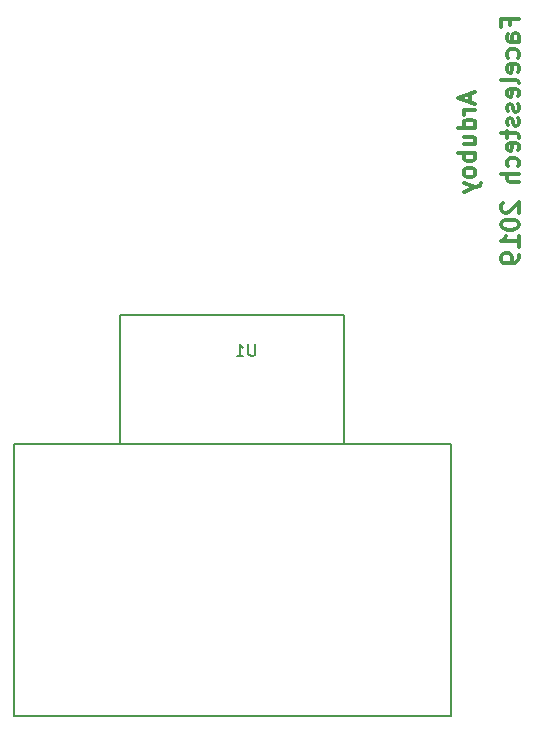
<source format=gbr>
G04 #@! TF.GenerationSoftware,KiCad,Pcbnew,5.0.2+dfsg1-1~bpo9+1*
G04 #@! TF.CreationDate,2019-06-22T18:26:23+01:00*
G04 #@! TF.ProjectId,arduboy_with_flashcart_port_smd,61726475-626f-4795-9f77-6974685f666c,rev?*
G04 #@! TF.SameCoordinates,Original*
G04 #@! TF.FileFunction,Legend,Bot*
G04 #@! TF.FilePolarity,Positive*
%FSLAX46Y46*%
G04 Gerber Fmt 4.6, Leading zero omitted, Abs format (unit mm)*
G04 Created by KiCad (PCBNEW 5.0.2+dfsg1-1~bpo9+1) date Sat 22 Jun 2019 18:26:23 BST*
%MOMM*%
%LPD*%
G01*
G04 APERTURE LIST*
%ADD10C,0.300000*%
%ADD11C,0.150000*%
G04 APERTURE END LIST*
D10*
X233396600Y-70276757D02*
X233396600Y-70991042D01*
X233825171Y-70133900D02*
X232325171Y-70633900D01*
X233825171Y-71133900D01*
X233825171Y-71633900D02*
X232825171Y-71633900D01*
X233110885Y-71633900D02*
X232968028Y-71705328D01*
X232896600Y-71776757D01*
X232825171Y-71919614D01*
X232825171Y-72062471D01*
X233825171Y-73205328D02*
X232325171Y-73205328D01*
X233753742Y-73205328D02*
X233825171Y-73062471D01*
X233825171Y-72776757D01*
X233753742Y-72633900D01*
X233682314Y-72562471D01*
X233539457Y-72491042D01*
X233110885Y-72491042D01*
X232968028Y-72562471D01*
X232896600Y-72633900D01*
X232825171Y-72776757D01*
X232825171Y-73062471D01*
X232896600Y-73205328D01*
X232825171Y-74562471D02*
X233825171Y-74562471D01*
X232825171Y-73919614D02*
X233610885Y-73919614D01*
X233753742Y-73991042D01*
X233825171Y-74133900D01*
X233825171Y-74348185D01*
X233753742Y-74491042D01*
X233682314Y-74562471D01*
X233825171Y-75276757D02*
X232325171Y-75276757D01*
X232896600Y-75276757D02*
X232825171Y-75419614D01*
X232825171Y-75705328D01*
X232896600Y-75848185D01*
X232968028Y-75919614D01*
X233110885Y-75991042D01*
X233539457Y-75991042D01*
X233682314Y-75919614D01*
X233753742Y-75848185D01*
X233825171Y-75705328D01*
X233825171Y-75419614D01*
X233753742Y-75276757D01*
X233825171Y-76848185D02*
X233753742Y-76705328D01*
X233682314Y-76633900D01*
X233539457Y-76562471D01*
X233110885Y-76562471D01*
X232968028Y-76633900D01*
X232896600Y-76705328D01*
X232825171Y-76848185D01*
X232825171Y-77062471D01*
X232896600Y-77205328D01*
X232968028Y-77276757D01*
X233110885Y-77348185D01*
X233539457Y-77348185D01*
X233682314Y-77276757D01*
X233753742Y-77205328D01*
X233825171Y-77062471D01*
X233825171Y-76848185D01*
X232825171Y-77848185D02*
X233825171Y-78205328D01*
X232825171Y-78562471D02*
X233825171Y-78205328D01*
X234182314Y-78062471D01*
X234253742Y-77991042D01*
X234325171Y-77848185D01*
X236722457Y-64435471D02*
X236722457Y-63935471D01*
X237508171Y-63935471D02*
X236008171Y-63935471D01*
X236008171Y-64649757D01*
X237508171Y-65864042D02*
X236722457Y-65864042D01*
X236579600Y-65792614D01*
X236508171Y-65649757D01*
X236508171Y-65364042D01*
X236579600Y-65221185D01*
X237436742Y-65864042D02*
X237508171Y-65721185D01*
X237508171Y-65364042D01*
X237436742Y-65221185D01*
X237293885Y-65149757D01*
X237151028Y-65149757D01*
X237008171Y-65221185D01*
X236936742Y-65364042D01*
X236936742Y-65721185D01*
X236865314Y-65864042D01*
X237436742Y-67221185D02*
X237508171Y-67078328D01*
X237508171Y-66792614D01*
X237436742Y-66649757D01*
X237365314Y-66578328D01*
X237222457Y-66506900D01*
X236793885Y-66506900D01*
X236651028Y-66578328D01*
X236579600Y-66649757D01*
X236508171Y-66792614D01*
X236508171Y-67078328D01*
X236579600Y-67221185D01*
X237436742Y-68435471D02*
X237508171Y-68292614D01*
X237508171Y-68006900D01*
X237436742Y-67864042D01*
X237293885Y-67792614D01*
X236722457Y-67792614D01*
X236579600Y-67864042D01*
X236508171Y-68006900D01*
X236508171Y-68292614D01*
X236579600Y-68435471D01*
X236722457Y-68506900D01*
X236865314Y-68506900D01*
X237008171Y-67792614D01*
X237508171Y-69364042D02*
X237436742Y-69221185D01*
X237293885Y-69149757D01*
X236008171Y-69149757D01*
X237436742Y-70506900D02*
X237508171Y-70364042D01*
X237508171Y-70078328D01*
X237436742Y-69935471D01*
X237293885Y-69864042D01*
X236722457Y-69864042D01*
X236579600Y-69935471D01*
X236508171Y-70078328D01*
X236508171Y-70364042D01*
X236579600Y-70506900D01*
X236722457Y-70578328D01*
X236865314Y-70578328D01*
X237008171Y-69864042D01*
X237436742Y-71149757D02*
X237508171Y-71292614D01*
X237508171Y-71578328D01*
X237436742Y-71721185D01*
X237293885Y-71792614D01*
X237222457Y-71792614D01*
X237079600Y-71721185D01*
X237008171Y-71578328D01*
X237008171Y-71364042D01*
X236936742Y-71221185D01*
X236793885Y-71149757D01*
X236722457Y-71149757D01*
X236579600Y-71221185D01*
X236508171Y-71364042D01*
X236508171Y-71578328D01*
X236579600Y-71721185D01*
X237436742Y-72364042D02*
X237508171Y-72506900D01*
X237508171Y-72792614D01*
X237436742Y-72935471D01*
X237293885Y-73006900D01*
X237222457Y-73006900D01*
X237079600Y-72935471D01*
X237008171Y-72792614D01*
X237008171Y-72578328D01*
X236936742Y-72435471D01*
X236793885Y-72364042D01*
X236722457Y-72364042D01*
X236579600Y-72435471D01*
X236508171Y-72578328D01*
X236508171Y-72792614D01*
X236579600Y-72935471D01*
X236508171Y-73435471D02*
X236508171Y-74006900D01*
X236008171Y-73649757D02*
X237293885Y-73649757D01*
X237436742Y-73721185D01*
X237508171Y-73864042D01*
X237508171Y-74006900D01*
X237436742Y-75078328D02*
X237508171Y-74935471D01*
X237508171Y-74649757D01*
X237436742Y-74506900D01*
X237293885Y-74435471D01*
X236722457Y-74435471D01*
X236579600Y-74506900D01*
X236508171Y-74649757D01*
X236508171Y-74935471D01*
X236579600Y-75078328D01*
X236722457Y-75149757D01*
X236865314Y-75149757D01*
X237008171Y-74435471D01*
X237436742Y-76435471D02*
X237508171Y-76292614D01*
X237508171Y-76006900D01*
X237436742Y-75864042D01*
X237365314Y-75792614D01*
X237222457Y-75721185D01*
X236793885Y-75721185D01*
X236651028Y-75792614D01*
X236579600Y-75864042D01*
X236508171Y-76006900D01*
X236508171Y-76292614D01*
X236579600Y-76435471D01*
X237508171Y-77078328D02*
X236008171Y-77078328D01*
X237508171Y-77721185D02*
X236722457Y-77721185D01*
X236579600Y-77649757D01*
X236508171Y-77506900D01*
X236508171Y-77292614D01*
X236579600Y-77149757D01*
X236651028Y-77078328D01*
X236151028Y-79506900D02*
X236079600Y-79578328D01*
X236008171Y-79721185D01*
X236008171Y-80078328D01*
X236079600Y-80221185D01*
X236151028Y-80292614D01*
X236293885Y-80364042D01*
X236436742Y-80364042D01*
X236651028Y-80292614D01*
X237508171Y-79435471D01*
X237508171Y-80364042D01*
X236008171Y-81292614D02*
X236008171Y-81435471D01*
X236079600Y-81578328D01*
X236151028Y-81649757D01*
X236293885Y-81721185D01*
X236579600Y-81792614D01*
X236936742Y-81792614D01*
X237222457Y-81721185D01*
X237365314Y-81649757D01*
X237436742Y-81578328D01*
X237508171Y-81435471D01*
X237508171Y-81292614D01*
X237436742Y-81149757D01*
X237365314Y-81078328D01*
X237222457Y-81006900D01*
X236936742Y-80935471D01*
X236579600Y-80935471D01*
X236293885Y-81006900D01*
X236151028Y-81078328D01*
X236079600Y-81149757D01*
X236008171Y-81292614D01*
X237508171Y-83221185D02*
X237508171Y-82364042D01*
X237508171Y-82792614D02*
X236008171Y-82792614D01*
X236222457Y-82649757D01*
X236365314Y-82506900D01*
X236436742Y-82364042D01*
X237508171Y-83935471D02*
X237508171Y-84221185D01*
X237436742Y-84364042D01*
X237365314Y-84435471D01*
X237151028Y-84578328D01*
X236865314Y-84649757D01*
X236293885Y-84649757D01*
X236151028Y-84578328D01*
X236079600Y-84506900D01*
X236008171Y-84364042D01*
X236008171Y-84078328D01*
X236079600Y-83935471D01*
X236151028Y-83864042D01*
X236293885Y-83792614D01*
X236651028Y-83792614D01*
X236793885Y-83864042D01*
X236865314Y-83935471D01*
X236936742Y-84078328D01*
X236936742Y-84364042D01*
X236865314Y-84506900D01*
X236793885Y-84578328D01*
X236651028Y-84649757D01*
D11*
G04 #@! TO.C,U1*
X203771500Y-88976200D02*
X203771500Y-99974400D01*
X222669100Y-88976200D02*
X222669100Y-99974400D01*
X203771500Y-88976200D02*
X222669100Y-88976200D01*
X203771500Y-99974400D02*
X222669100Y-99974400D01*
X203784200Y-99974400D02*
X194729100Y-99974400D01*
X194729100Y-99974400D02*
X194729100Y-122936000D01*
X222669100Y-99974400D02*
X231787700Y-99974400D01*
X231787700Y-99974400D02*
X231787700Y-122936000D01*
X231787700Y-122936000D02*
X194729100Y-122936000D01*
X215188704Y-91489280D02*
X215188704Y-92298804D01*
X215141085Y-92394042D01*
X215093466Y-92441661D01*
X214998228Y-92489280D01*
X214807752Y-92489280D01*
X214712514Y-92441661D01*
X214664895Y-92394042D01*
X214617276Y-92298804D01*
X214617276Y-91489280D01*
X213617276Y-92489280D02*
X214188704Y-92489280D01*
X213902990Y-92489280D02*
X213902990Y-91489280D01*
X213998228Y-91632138D01*
X214093466Y-91727376D01*
X214188704Y-91774995D01*
G04 #@! TD*
M02*

</source>
